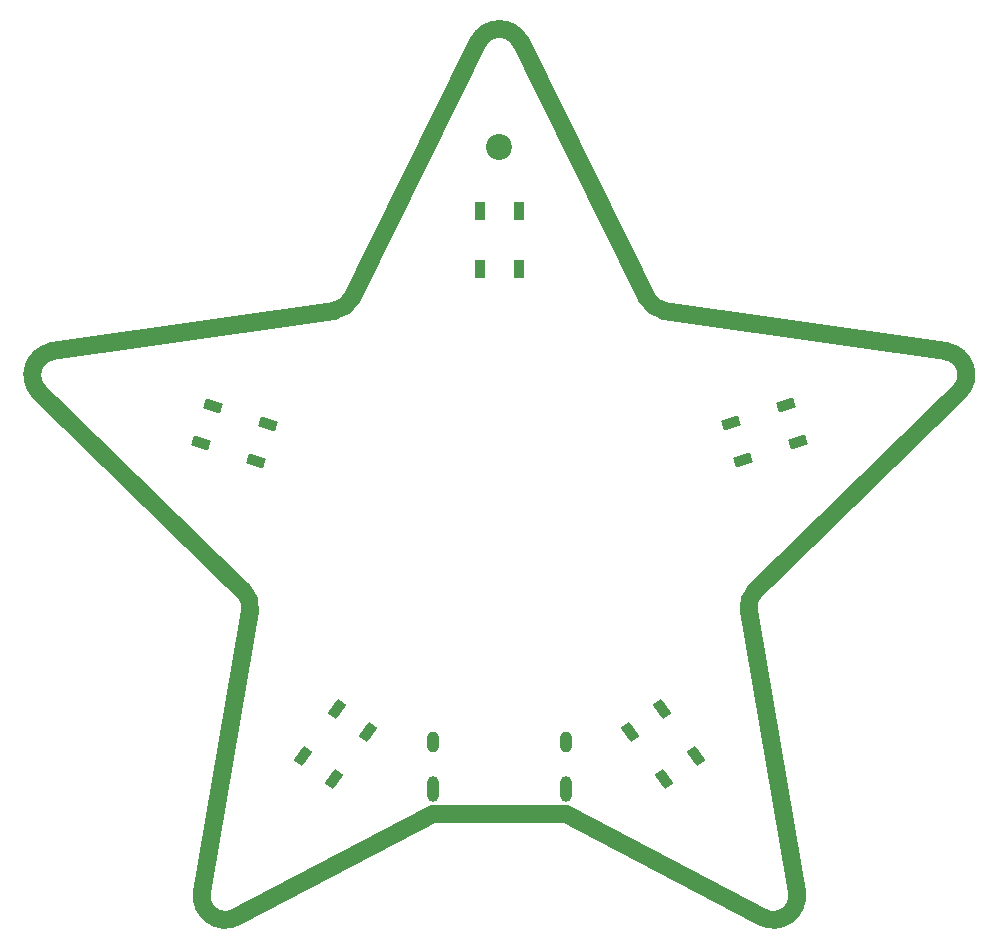
<source format=gbr>
%TF.GenerationSoftware,KiCad,Pcbnew,8.0.6*%
%TF.CreationDate,2024-11-25T17:42:41+01:00*%
%TF.ProjectId,star,73746172-2e6b-4696-9361-645f70636258,rev?*%
%TF.SameCoordinates,Original*%
%TF.FileFunction,Soldermask,Bot*%
%TF.FilePolarity,Negative*%
%FSLAX46Y46*%
G04 Gerber Fmt 4.6, Leading zero omitted, Abs format (unit mm)*
G04 Created by KiCad (PCBNEW 8.0.6) date 2024-11-25 17:42:41*
%MOMM*%
%LPD*%
G01*
G04 APERTURE LIST*
G04 Aperture macros list*
%AMRoundRect*
0 Rectangle with rounded corners*
0 $1 Rounding radius*
0 $2 $3 $4 $5 $6 $7 $8 $9 X,Y pos of 4 corners*
0 Add a 4 corners polygon primitive as box body*
4,1,4,$2,$3,$4,$5,$6,$7,$8,$9,$2,$3,0*
0 Add four circle primitives for the rounded corners*
1,1,$1+$1,$2,$3*
1,1,$1+$1,$4,$5*
1,1,$1+$1,$6,$7*
1,1,$1+$1,$8,$9*
0 Add four rect primitives between the rounded corners*
20,1,$1+$1,$2,$3,$4,$5,0*
20,1,$1+$1,$4,$5,$6,$7,0*
20,1,$1+$1,$6,$7,$8,$9,0*
20,1,$1+$1,$8,$9,$2,$3,0*%
G04 Aperture macros list end*
%ADD10C,1.500000*%
%ADD11O,1.000000X1.800000*%
%ADD12O,1.000000X2.200000*%
%ADD13C,2.200000*%
%ADD14RoundRect,0.090000X-0.516451X-0.546332X0.738943X-0.138429X0.516451X0.546332X-0.738943X0.138429X0*%
%ADD15RoundRect,0.090000X0.360000X-0.660000X0.360000X0.660000X-0.360000X0.660000X-0.360000X-0.660000X0*%
%ADD16RoundRect,0.090000X-0.679184X0.322349X0.096692X-0.745554X0.679184X-0.322349X-0.096692X0.745554X0*%
%ADD17RoundRect,0.090000X0.096692X0.745554X-0.679184X-0.322349X-0.096692X-0.745554X0.679184X0.322349X0*%
%ADD18RoundRect,0.090000X0.738943X0.138429X-0.516451X0.546332X-0.738943X-0.138429X0.516451X-0.546332X0*%
G04 APERTURE END LIST*
D10*
X100899055Y-141611677D02*
G75*
G02*
X97997387Y-139503219I-930455J1770377D01*
G01*
X137146780Y-90252824D02*
X161011132Y-93720518D01*
X161011132Y-93720518D02*
G75*
G02*
X162119507Y-97131852I-287632J-1979182D01*
G01*
X110709035Y-89158742D02*
X121381498Y-67533971D01*
X128799970Y-132855000D02*
X145450348Y-141610463D01*
X121381498Y-67533971D02*
G75*
G02*
X124968491Y-67533948I1793502J-885129D01*
G01*
X162119558Y-97131904D02*
X144851151Y-113964441D01*
X84230382Y-97131904D02*
G75*
G02*
X85338809Y-93720525I1396098J1432144D01*
G01*
X100899055Y-141611677D02*
X117559970Y-132855000D01*
X137146780Y-90252824D02*
G75*
G02*
X135640867Y-89158761I287620J1979324D01*
G01*
X101498789Y-113964441D02*
G75*
G02*
X102073980Y-115734704I-1395989J-1432159D01*
G01*
X84230382Y-97131904D02*
X101498789Y-113964441D01*
X144275958Y-115734704D02*
G75*
G02*
X144851138Y-113964427I1971242J338104D01*
G01*
X97997363Y-139503215D02*
X102073982Y-115734704D01*
X128790000Y-132855000D02*
X117550000Y-132855000D01*
X110709035Y-89158742D02*
G75*
G02*
X109203163Y-90252845I-1793435J885042D01*
G01*
X85338808Y-93720518D02*
X109203160Y-90252824D01*
X124968442Y-67533972D02*
X135640905Y-89158742D01*
X144275958Y-115734704D02*
X148352401Y-139502191D01*
X148352401Y-139502191D02*
G75*
G02*
X145450349Y-141610460I-1971201J-338109D01*
G01*
D11*
%TO.C,J2*%
X117550000Y-126755000D03*
D12*
X117550000Y-130755000D03*
D11*
X128790000Y-126755000D03*
D12*
X128790000Y-130755000D03*
%TD*%
D13*
%TO.C,REF\u002A\u002A*%
X123175000Y-76450000D03*
%TD*%
D14*
%TO.C,D18*%
X143784789Y-102941335D03*
X142765034Y-99802848D03*
X147425211Y-98288665D03*
X148444966Y-101427152D03*
%TD*%
D15*
%TO.C,D17*%
X124815000Y-86760000D03*
X121515000Y-86760000D03*
X121515000Y-81860000D03*
X124815000Y-81860000D03*
%TD*%
D16*
%TO.C,D19*%
X134260048Y-125962754D03*
X136929804Y-124023063D03*
X139809952Y-127987246D03*
X137140196Y-129926937D03*
%TD*%
D17*
%TO.C,D15*%
X109415196Y-124013063D03*
X112084952Y-125952754D03*
X109204804Y-129916937D03*
X106535048Y-127977246D03*
%TD*%
D18*
%TO.C,D16*%
X103599966Y-99832848D03*
X102580211Y-102971335D03*
X97920034Y-101457152D03*
X98939789Y-98318665D03*
%TD*%
M02*

</source>
